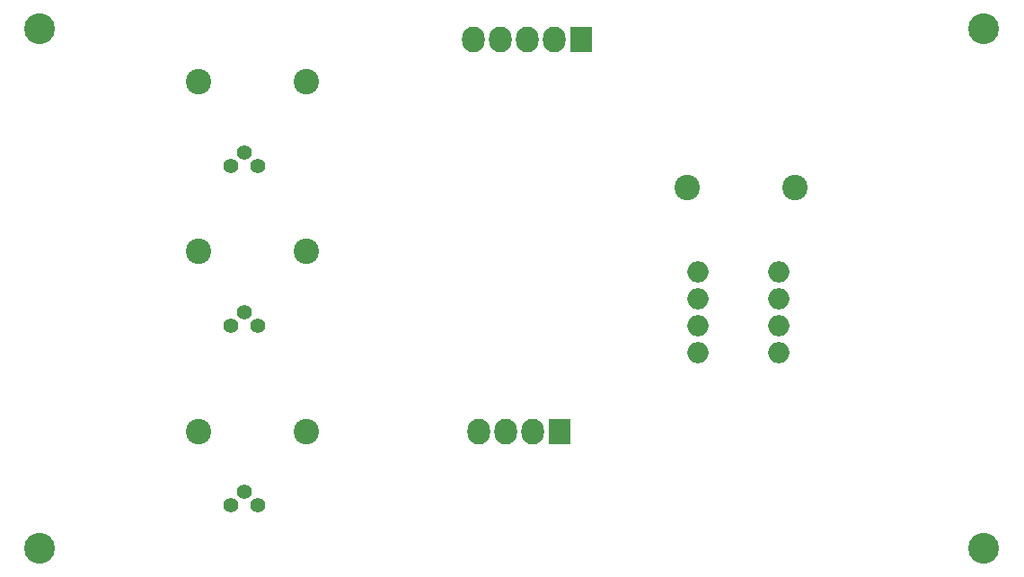
<source format=gbr>
G04 #@! TF.FileFunction,Soldermask,Top*
%FSLAX46Y46*%
G04 Gerber Fmt 4.6, Leading zero omitted, Abs format (unit mm)*
G04 Created by KiCad (PCBNEW 4.0.5+dfsg1-4) date Sun Jul  1 16:29:06 2018*
%MOMM*%
%LPD*%
G01*
G04 APERTURE LIST*
%ADD10C,0.100000*%
%ADD11R,2.127200X2.432000*%
%ADD12O,2.127200X2.432000*%
%ADD13C,1.400760*%
%ADD14C,2.398980*%
%ADD15C,2.900000*%
%ADD16O,2.000000X2.000000*%
G04 APERTURE END LIST*
D10*
D11*
X82000000Y-26000000D03*
D12*
X79460000Y-26000000D03*
X76920000Y-26000000D03*
X74380000Y-26000000D03*
X71840000Y-26000000D03*
D13*
X50270000Y-68730000D03*
X51540000Y-70000000D03*
X49000000Y-70000000D03*
X50270000Y-51730000D03*
X51540000Y-53000000D03*
X49000000Y-53000000D03*
X50270000Y-36730000D03*
X51540000Y-38000000D03*
X49000000Y-38000000D03*
D14*
X46000000Y-63000000D03*
X56160000Y-63000000D03*
X46000000Y-46000000D03*
X56160000Y-46000000D03*
X46000000Y-30000000D03*
X56160000Y-30000000D03*
X92000000Y-40000000D03*
X102160000Y-40000000D03*
D15*
X120000000Y-25000000D03*
X120000000Y-74000000D03*
X31000000Y-74000000D03*
X31000000Y-25000000D03*
D16*
X93000000Y-48000000D03*
X93000000Y-50540000D03*
X93000000Y-53080000D03*
X93000000Y-55620000D03*
X100620000Y-55620000D03*
X100620000Y-53080000D03*
X100620000Y-50540000D03*
X100620000Y-48000000D03*
D11*
X80000000Y-63000000D03*
D12*
X77460000Y-63000000D03*
X74920000Y-63000000D03*
X72380000Y-63000000D03*
M02*

</source>
